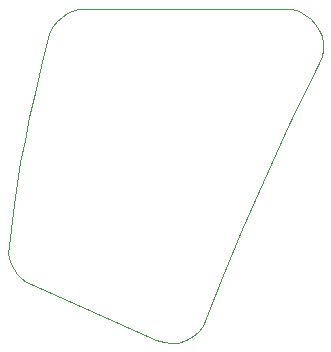
<source format=gbr>
G04 #@! TF.FileFunction,Profile,NP*
%FSLAX46Y46*%
G04 Gerber Fmt 4.6, Leading zero omitted, Abs format (unit mm)*
G04 Created by KiCad (PCBNEW (2015-05-13 BZR 5653)-product) date Tue 26 May 2015 06:01:31 PM CEST*
%MOMM*%
G01*
G04 APERTURE LIST*
%ADD10C,0.100000*%
G04 APERTURE END LIST*
D10*
X149533027Y-119096529D02*
X148888450Y-119126845D01*
X150172093Y-118886033D02*
X149533027Y-119096529D01*
X150746734Y-118549103D02*
X150172093Y-118886033D01*
X151219057Y-118179444D02*
X150746734Y-118549103D01*
X151622478Y-117655790D02*
X151219057Y-118179444D01*
X151903253Y-117032572D02*
X151622478Y-117655790D01*
X153340547Y-113350109D02*
X151903253Y-117032572D01*
X154893940Y-109491947D02*
X153340547Y-113350109D01*
X156663341Y-105493914D02*
X154893940Y-109491947D01*
X158924702Y-100559503D02*
X156663341Y-105493914D01*
X161470972Y-95416320D02*
X158924702Y-100559503D01*
X161675955Y-94852186D02*
X161470972Y-95416320D01*
X161763461Y-94285812D02*
X161675955Y-94852186D01*
X161770006Y-93730807D02*
X161763461Y-94285812D01*
X161653218Y-93134978D02*
X161770006Y-93730807D01*
X161441344Y-92594615D02*
X161653218Y-93134978D01*
X161136109Y-92098349D02*
X161441344Y-92594615D01*
X160784365Y-91672707D02*
X161136109Y-92098349D01*
X160288615Y-91317346D02*
X160784365Y-91672707D01*
X159756348Y-91044322D02*
X160288615Y-91317346D01*
X159177572Y-90873790D02*
X159756348Y-91044322D01*
X158605342Y-90820046D02*
X159177572Y-90873790D01*
X141575201Y-90814706D02*
X158605342Y-90820046D01*
X141060848Y-90874479D02*
X141575201Y-90814706D01*
X140560793Y-91013316D02*
X141060848Y-90874479D01*
X140095360Y-91193150D02*
X140560793Y-91013316D01*
X139645431Y-91512338D02*
X140095360Y-91193150D01*
X139266126Y-91845996D02*
X139645431Y-91512338D01*
X138944526Y-92272326D02*
X139266126Y-91845996D01*
X138701992Y-92732591D02*
X138944526Y-92272326D01*
X138529565Y-93214732D02*
X138701992Y-92732591D01*
X137901696Y-95681593D02*
X138529565Y-93214732D01*
X137393544Y-97961901D02*
X137901696Y-95681593D01*
X136904685Y-100027581D02*
X137393544Y-97961901D01*
X136505916Y-101975093D02*
X136904685Y-100027581D01*
X136149520Y-103829932D02*
X136505916Y-101975093D01*
X135602439Y-107336695D02*
X136149520Y-103829932D01*
X135169907Y-110938542D02*
X135602439Y-107336695D01*
X135147170Y-111464609D02*
X135169907Y-110938542D01*
X135222790Y-111947611D02*
X135147170Y-111464609D01*
X135377130Y-112416144D02*
X135222790Y-111947611D01*
X135585386Y-112875031D02*
X135377130Y-112416144D01*
X135862544Y-113284997D02*
X135585386Y-112875031D01*
X136229102Y-113648110D02*
X135862544Y-113284997D01*
X136628044Y-113944733D02*
X136229102Y-113648110D01*
X137045245Y-114168319D02*
X136628044Y-113944733D01*
X147677843Y-118873286D02*
X137045245Y-114168319D01*
X148286764Y-119058288D02*
X147677843Y-118873286D01*
X148888450Y-119126845D02*
X148286764Y-119058288D01*
M02*

</source>
